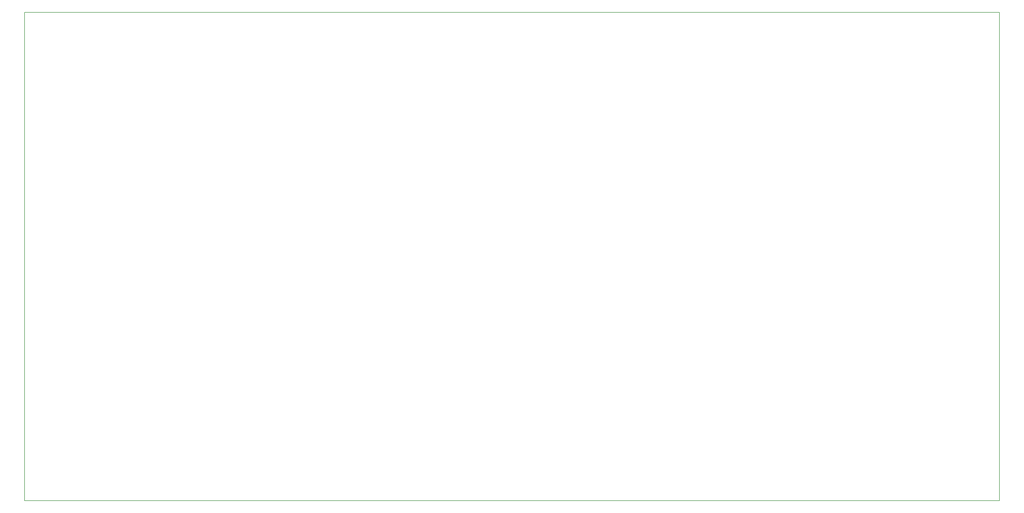
<source format=gbr>
G04 DipTrace 3.3.1.3*
G04 BoardOutline.gbr*
%MOIN*%
G04 #@! TF.FileFunction,Profile*
G04 #@! TF.Part,Single*
%ADD11C,0.005512*%
%FSLAX26Y26*%
G04*
G70*
G90*
G75*
G01*
G04 BoardOutline*
%LPD*%
X393701Y6968504D2*
D11*
X13503937D1*
Y393701D1*
X393701D1*
Y6968504D1*
M02*

</source>
